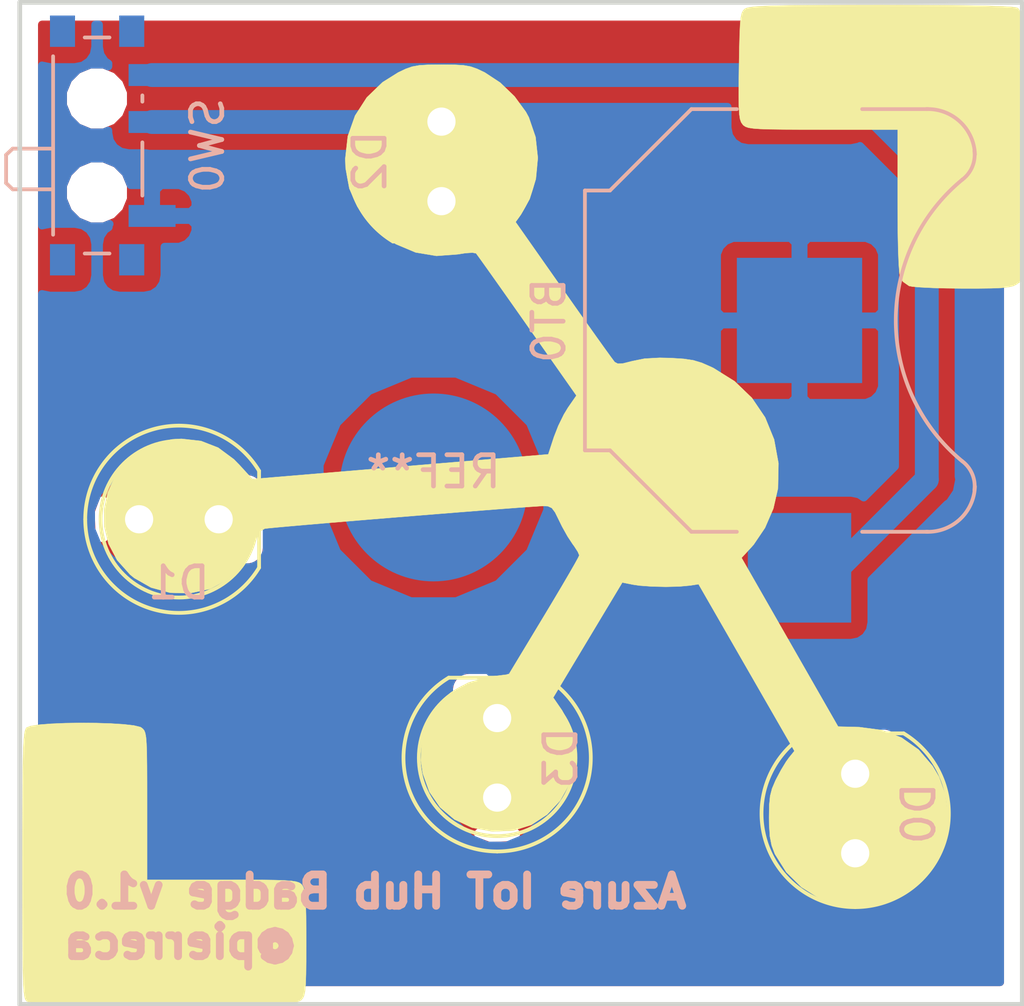
<source format=kicad_pcb>
(kicad_pcb (version 20171130) (host pcbnew "(5.0.1)-4")

  (general
    (thickness 1.6)
    (drawings 5)
    (tracks 9)
    (zones 0)
    (modules 8)
    (nets 4)
  )

  (page A4)
  (title_block
    (title "Azure IoT Hub Badge")
    (date 2018-12-01)
    (rev v1.0)
    (company "Pierre Cauchois")
  )

  (layers
    (0 F.Cu signal)
    (31 B.Cu signal)
    (32 B.Adhes user)
    (33 F.Adhes user)
    (34 B.Paste user)
    (35 F.Paste user)
    (36 B.SilkS user)
    (37 F.SilkS user)
    (38 B.Mask user)
    (39 F.Mask user)
    (40 Dwgs.User user)
    (41 Cmts.User user)
    (44 Edge.Cuts user)
    (45 Margin user)
    (46 B.CrtYd user)
    (47 F.CrtYd user)
    (48 B.Fab user)
    (49 F.Fab user)
  )

  (setup
    (last_trace_width 0.1524)
    (trace_clearance 0.1524)
    (zone_clearance 0.508)
    (zone_45_only no)
    (trace_min 0.1524)
    (segment_width 0.2)
    (edge_width 0.15)
    (via_size 0.6858)
    (via_drill 0.3302)
    (via_min_size 0.508)
    (via_min_drill 0.254)
    (uvia_size 0.6858)
    (uvia_drill 0.3302)
    (uvias_allowed no)
    (uvia_min_size 0.2)
    (uvia_min_drill 0.1)
    (pcb_text_width 0.3)
    (pcb_text_size 1.5 1.5)
    (mod_edge_width 0.15)
    (mod_text_size 1 1)
    (mod_text_width 0.15)
    (pad_size 1.524 1.524)
    (pad_drill 0.762)
    (pad_to_mask_clearance 0.0508)
    (solder_mask_min_width 0.25)
    (aux_axis_origin 0 0)
    (visible_elements 7FFFFFFF)
    (pcbplotparams
      (layerselection 0x010fc_ffffffff)
      (usegerberextensions false)
      (usegerberattributes false)
      (usegerberadvancedattributes false)
      (creategerberjobfile false)
      (excludeedgelayer true)
      (linewidth 0.100000)
      (plotframeref false)
      (viasonmask false)
      (mode 1)
      (useauxorigin false)
      (hpglpennumber 1)
      (hpglpenspeed 20)
      (hpglpendiameter 15.000000)
      (psnegative false)
      (psa4output false)
      (plotreference true)
      (plotvalue true)
      (plotinvisibletext false)
      (padsonsilk false)
      (subtractmaskfromsilk false)
      (outputformat 1)
      (mirror false)
      (drillshape 1)
      (scaleselection 1)
      (outputdirectory ""))
  )

  (net 0 "")
  (net 1 "Net-(D0-Pad2)")
  (net 2 "Net-(BT0-Pad1)")
  (net 3 GND)

  (net_class Default "This is the default net class."
    (clearance 0.1524)
    (trace_width 0.1524)
    (via_dia 0.6858)
    (via_drill 0.3302)
    (uvia_dia 0.6858)
    (uvia_drill 0.3302)
    (add_net GND)
    (add_net "Net-(BT0-Pad1)")
    (add_net "Net-(D0-Pad2)")
  )

  (module Battery:BatteryHolder_Keystone_3000_1x12mm (layer B.Cu) (tedit 58972371) (tstamp 5C038DD8)
    (at 155.194 102.616 270)
    (descr http://www.keyelco.com/product-pdf.cfm?p=777)
    (tags "Keystone type 3000 coin cell retainer")
    (path /5C030719)
    (attr smd)
    (fp_text reference BT0 (at 0 8 270) (layer B.SilkS)
      (effects (font (size 1 1) (thickness 0.15)) (justify mirror))
    )
    (fp_text value Battery_Cell (at 0.508 3.81 270) (layer B.Fab)
      (effects (font (size 1 1) (thickness 0.15)) (justify mirror))
    )
    (fp_text user %R (at 0 0 270) (layer B.Fab)
      (effects (font (size 1 1) (thickness 0.15)) (justify mirror))
    )
    (fp_arc (start 0 0) (end 0 -6.75) (angle -36.6) (layer B.CrtYd) (width 0.05))
    (fp_arc (start 0.11 -9.15) (end 4.22 -5.65) (angle 3.1) (layer B.CrtYd) (width 0.05))
    (fp_arc (start 0.11 -9.15) (end -4.22 -5.65) (angle -3.1) (layer B.CrtYd) (width 0.05))
    (fp_arc (start 0 0) (end 0 -6.75) (angle 36.6) (layer B.CrtYd) (width 0.05))
    (fp_arc (start 5.25 -4.1) (end 5.3 -6.1) (angle 90) (layer B.CrtYd) (width 0.05))
    (fp_arc (start 5.29 -4.6) (end 4.22 -5.65) (angle 54.1) (layer B.CrtYd) (width 0.05))
    (fp_arc (start -5.29 -4.6) (end -4.22 -5.65) (angle -54.1) (layer B.CrtYd) (width 0.05))
    (fp_circle (center 0 0) (end 0 -6.25) (layer Dwgs.User) (width 0.15))
    (fp_arc (start 5.29 -4.6) (end 4.5 -5.2) (angle 60) (layer B.SilkS) (width 0.12))
    (fp_arc (start -5.29 -4.6) (end -4.5 -5.2) (angle -60) (layer B.SilkS) (width 0.12))
    (fp_arc (start 0 -8.9) (end -4.5 -5.2) (angle -101) (layer B.SilkS) (width 0.12))
    (fp_arc (start 5.29 -4.6) (end 4.6 -5.1) (angle 60) (layer B.Fab) (width 0.1))
    (fp_arc (start -5.29 -4.6) (end -4.6 -5.1) (angle -60) (layer B.Fab) (width 0.1))
    (fp_arc (start 0 -8.9) (end -4.6 -5.1) (angle -101) (layer B.Fab) (width 0.1))
    (fp_arc (start -5.25 -4.1) (end -5.3 -6.1) (angle -90) (layer B.CrtYd) (width 0.05))
    (fp_arc (start 5.25 -4.1) (end 5.3 -5.6) (angle 90) (layer B.SilkS) (width 0.12))
    (fp_arc (start -5.25 -4.1) (end -5.3 -5.6) (angle -90) (layer B.SilkS) (width 0.12))
    (fp_line (start -7.25 -2.15) (end -7.25 -4.1) (layer B.CrtYd) (width 0.05))
    (fp_line (start 7.25 -2.15) (end 7.25 -4.1) (layer B.CrtYd) (width 0.05))
    (fp_line (start 6.75 -2) (end 6.75 -4.1) (layer B.SilkS) (width 0.12))
    (fp_line (start -6.75 -2) (end -6.75 -4.1) (layer B.SilkS) (width 0.12))
    (fp_arc (start 5.25 -4.1) (end 5.3 -5.45) (angle 90) (layer B.Fab) (width 0.1))
    (fp_line (start 7.25 2.15) (end 7.25 3.8) (layer B.CrtYd) (width 0.05))
    (fp_line (start 7.25 3.8) (end 4.65 6.4) (layer B.CrtYd) (width 0.05))
    (fp_line (start 4.65 6.4) (end 4.65 7.35) (layer B.CrtYd) (width 0.05))
    (fp_line (start -4.65 7.35) (end 4.65 7.35) (layer B.CrtYd) (width 0.05))
    (fp_line (start -4.65 6.4) (end -4.65 7.35) (layer B.CrtYd) (width 0.05))
    (fp_line (start -7.25 3.8) (end -4.65 6.4) (layer B.CrtYd) (width 0.05))
    (fp_line (start -7.25 2.15) (end -7.25 3.8) (layer B.CrtYd) (width 0.05))
    (fp_line (start -6.75 2) (end -6.75 3.45) (layer B.SilkS) (width 0.12))
    (fp_line (start -6.75 3.45) (end -4.15 6.05) (layer B.SilkS) (width 0.12))
    (fp_line (start -4.15 6.05) (end -4.15 6.85) (layer B.SilkS) (width 0.12))
    (fp_line (start -4.15 6.85) (end 4.15 6.85) (layer B.SilkS) (width 0.12))
    (fp_line (start 4.15 6.85) (end 4.15 6.05) (layer B.SilkS) (width 0.12))
    (fp_line (start 4.15 6.05) (end 6.75 3.45) (layer B.SilkS) (width 0.12))
    (fp_line (start 6.75 3.45) (end 6.75 2) (layer B.SilkS) (width 0.12))
    (fp_line (start -7.25 2.15) (end -10.15 2.15) (layer B.CrtYd) (width 0.05))
    (fp_line (start -10.15 2.15) (end -10.15 -2.15) (layer B.CrtYd) (width 0.05))
    (fp_line (start -10.15 -2.15) (end -7.25 -2.15) (layer B.CrtYd) (width 0.05))
    (fp_line (start 7.25 2.15) (end 10.15 2.15) (layer B.CrtYd) (width 0.05))
    (fp_line (start 10.15 2.15) (end 10.15 -2.15) (layer B.CrtYd) (width 0.05))
    (fp_line (start 10.15 -2.15) (end 7.25 -2.15) (layer B.CrtYd) (width 0.05))
    (fp_arc (start -5.25 -4.1) (end -5.3 -5.45) (angle -90) (layer B.Fab) (width 0.1))
    (fp_line (start 6.6 3.4) (end 6.6 -4.1) (layer B.Fab) (width 0.1))
    (fp_line (start -6.6 3.4) (end -6.6 -4.1) (layer B.Fab) (width 0.1))
    (fp_line (start 4 6) (end 6.6 3.4) (layer B.Fab) (width 0.1))
    (fp_line (start -4 6) (end -6.6 3.4) (layer B.Fab) (width 0.1))
    (fp_line (start 4 6.7) (end 4 6) (layer B.Fab) (width 0.1))
    (fp_line (start -4 6.7) (end -4 6) (layer B.Fab) (width 0.1))
    (fp_line (start -4 6.7) (end 4 6.7) (layer B.Fab) (width 0.1))
    (pad 1 smd rect (at -7.9 0 270) (size 3.5 3.3) (layers B.Cu B.Paste B.Mask)
      (net 2 "Net-(BT0-Pad1)"))
    (pad 1 smd rect (at 7.9 0 270) (size 3.5 3.3) (layers B.Cu B.Paste B.Mask)
      (net 2 "Net-(BT0-Pad1)"))
    (pad 2 smd rect (at 0 0 270) (size 4 4) (layers B.Cu B.Mask)
      (net 3 GND))
    (model ${KISYS3DMOD}/Battery.3dshapes/BatteryHolder_Keystone_3000_1x12mm.wrl
      (at (xyz 0 0 0))
      (scale (xyz 1 1 1))
      (rotate (xyz 0 0 0))
    )
  )

  (module Button_Switch_SMD:SW_SPDT_PCM12 (layer B.Cu) (tedit 5A02FC95) (tstamp 5C038D9E)
    (at 133.096 97.028 90)
    (descr "Ultraminiature Surface Mount Slide Switch")
    (path /5C03098A)
    (attr smd)
    (fp_text reference SW0 (at 0 3.2 90) (layer B.SilkS)
      (effects (font (size 1 1) (thickness 0.15)) (justify mirror))
    )
    (fp_text value SW_SPDT (at -4.572 1.524 180) (layer B.Fab)
      (effects (font (size 1 1) (thickness 0.15)) (justify mirror))
    )
    (fp_line (start 3.45 -0.72) (end 3.45 0.07) (layer B.SilkS) (width 0.12))
    (fp_line (start -3.45 0.07) (end -3.45 -0.72) (layer B.SilkS) (width 0.12))
    (fp_line (start -1.6 1.12) (end 0.1 1.12) (layer B.SilkS) (width 0.12))
    (fp_line (start -2.85 -1.73) (end 2.85 -1.73) (layer B.SilkS) (width 0.12))
    (fp_line (start -0.1 -3.02) (end -0.1 -1.73) (layer B.SilkS) (width 0.12))
    (fp_line (start -1.2 -3.23) (end -0.3 -3.23) (layer B.SilkS) (width 0.12))
    (fp_line (start -1.4 -1.73) (end -1.4 -3.02) (layer B.SilkS) (width 0.12))
    (fp_line (start -0.1 -3.02) (end -0.3 -3.23) (layer B.SilkS) (width 0.12))
    (fp_line (start -1.4 -3.02) (end -1.2 -3.23) (layer B.SilkS) (width 0.12))
    (fp_line (start -4.4 -2.1) (end -4.4 2.45) (layer B.CrtYd) (width 0.05))
    (fp_line (start -1.65 -2.1) (end -4.4 -2.1) (layer B.CrtYd) (width 0.05))
    (fp_line (start -1.65 -3.4) (end -1.65 -2.1) (layer B.CrtYd) (width 0.05))
    (fp_line (start 1.65 -3.4) (end -1.65 -3.4) (layer B.CrtYd) (width 0.05))
    (fp_line (start 1.65 -2.1) (end 1.65 -3.4) (layer B.CrtYd) (width 0.05))
    (fp_line (start 4.4 -2.1) (end 1.65 -2.1) (layer B.CrtYd) (width 0.05))
    (fp_line (start 4.4 2.45) (end 4.4 -2.1) (layer B.CrtYd) (width 0.05))
    (fp_line (start -4.4 2.45) (end 4.4 2.45) (layer B.CrtYd) (width 0.05))
    (fp_line (start 1.4 1.12) (end 1.6 1.12) (layer B.SilkS) (width 0.12))
    (fp_line (start 3.35 1) (end -3.35 1) (layer B.Fab) (width 0.1))
    (fp_line (start 3.35 -1.6) (end 3.35 1) (layer B.Fab) (width 0.1))
    (fp_line (start -3.35 -1.6) (end 3.35 -1.6) (layer B.Fab) (width 0.1))
    (fp_line (start -3.35 1) (end -3.35 -1.6) (layer B.Fab) (width 0.1))
    (fp_line (start -0.1 -2.9) (end -0.1 -1.6) (layer B.Fab) (width 0.1))
    (fp_line (start -0.15 -2.95) (end -0.1 -2.9) (layer B.Fab) (width 0.1))
    (fp_line (start -0.35 -3.15) (end -0.15 -2.95) (layer B.Fab) (width 0.1))
    (fp_line (start -1.2 -3.15) (end -0.35 -3.15) (layer B.Fab) (width 0.1))
    (fp_line (start -1.4 -2.95) (end -1.2 -3.15) (layer B.Fab) (width 0.1))
    (fp_line (start -1.4 -1.65) (end -1.4 -2.95) (layer B.Fab) (width 0.1))
    (fp_text user %R (at 0 3.2 90) (layer B.Fab)
      (effects (font (size 1 1) (thickness 0.15)) (justify mirror))
    )
    (pad "" smd rect (at -3.65 0.78 90) (size 1 0.8) (layers B.Cu B.Paste B.Mask))
    (pad "" smd rect (at 3.65 0.78 90) (size 1 0.8) (layers B.Cu B.Paste B.Mask))
    (pad "" smd rect (at 3.65 -1.43 90) (size 1 0.8) (layers B.Cu B.Paste B.Mask))
    (pad "" smd rect (at -3.65 -1.43 90) (size 1 0.8) (layers B.Cu B.Paste B.Mask))
    (pad 3 smd rect (at 2.25 1.43 90) (size 0.7 1.5) (layers B.Cu B.Paste B.Mask)
      (net 2 "Net-(BT0-Pad1)"))
    (pad 2 smd rect (at 0.75 1.43 90) (size 0.7 1.5) (layers B.Cu B.Paste B.Mask)
      (net 1 "Net-(D0-Pad2)"))
    (pad 1 smd rect (at -2.25 1.43 90) (size 0.7 1.5) (layers B.Cu B.Paste B.Mask)
      (net 3 GND))
    (pad "" np_thru_hole circle (at 1.5 -0.33 90) (size 0.9 0.9) (drill 0.9) (layers *.Cu *.Mask))
    (pad "" np_thru_hole circle (at -1.5 -0.33 90) (size 0.9 0.9) (drill 0.9) (layers *.Cu *.Mask))
    (model ${KISYS3DMOD}/Button_Switch_SMD.3dshapes/SW_SPDT_PCM12.wrl
      (at (xyz 0 0 0))
      (scale (xyz 1 1 1))
      (rotate (xyz 0 0 0))
    )
  )

  (module LED_THT:LED_D5.0mm_Clear (layer F.Cu) (tedit 5A6C9BC0) (tstamp 5C038D74)
    (at 145.542 115.316 270)
    (descr "LED, diameter 5.0mm, 2 pins, http://cdn-reichelt.de/documents/datenblatt/A500/LL-504BC2E-009.pdf")
    (tags "LED diameter 5.0mm 2 pins")
    (path /5C039031)
    (fp_text reference D3 (at 1.27 -2.032 270) (layer B.SilkS)
      (effects (font (size 1 1) (thickness 0.15)) (justify mirror))
    )
    (fp_text value LED (at 1.27 3.96 270) (layer F.Fab)
      (effects (font (size 1 1) (thickness 0.15)))
    )
    (fp_arc (start 1.27 0) (end -1.29 1.54483) (angle -148.9) (layer F.SilkS) (width 0.12))
    (fp_arc (start 1.27 0) (end -1.29 -1.54483) (angle 148.9) (layer F.SilkS) (width 0.12))
    (fp_arc (start 1.27 0) (end -1.23 -1.469694) (angle 299.1) (layer F.Fab) (width 0.1))
    (fp_circle (center 1.27 0) (end 3.77 0) (layer F.SilkS) (width 0.12))
    (fp_circle (center 1.27 0) (end 3.77 0) (layer F.Fab) (width 0.1))
    (fp_line (start 4.5 -3.25) (end -1.95 -3.25) (layer F.CrtYd) (width 0.05))
    (fp_line (start 4.5 3.25) (end 4.5 -3.25) (layer F.CrtYd) (width 0.05))
    (fp_line (start -1.95 3.25) (end 4.5 3.25) (layer F.CrtYd) (width 0.05))
    (fp_line (start -1.95 -3.25) (end -1.95 3.25) (layer F.CrtYd) (width 0.05))
    (fp_line (start -1.29 -1.545) (end -1.29 1.545) (layer F.SilkS) (width 0.12))
    (fp_line (start -1.23 -1.469694) (end -1.23 1.469694) (layer F.Fab) (width 0.1))
    (fp_text user %R (at 1.25 0 270) (layer F.Fab)
      (effects (font (size 0.8 0.8) (thickness 0.2)))
    )
    (pad 2 thru_hole circle (at 2.54 0 270) (size 1.8 1.8) (drill 0.9) (layers *.Cu *.Mask)
      (net 1 "Net-(D0-Pad2)"))
    (pad 1 thru_hole rect (at 0 0 270) (size 1.8 1.8) (drill 0.9) (layers *.Cu *.Mask)
      (net 3 GND))
    (model ${KISYS3DMOD}/LED_THT.3dshapes/LED_D5.0mm_Clear.wrl
      (at (xyz 0 0 0))
      (scale (xyz 1 1 1))
      (rotate (xyz 0 0 0))
    )
  )

  (module LED_THT:LED_D5.0mm_Clear (layer F.Cu) (tedit 5A6C9BC0) (tstamp 5C039808)
    (at 143.764 98.806 90)
    (descr "LED, diameter 5.0mm, 2 pins, http://cdn-reichelt.de/documents/datenblatt/A500/LL-504BC2E-009.pdf")
    (tags "LED diameter 5.0mm 2 pins")
    (path /5C03902A)
    (fp_text reference D2 (at 1.27 -2.286 90) (layer B.SilkS)
      (effects (font (size 1 1) (thickness 0.15)) (justify mirror))
    )
    (fp_text value LED (at 1.27 3.96 90) (layer F.Fab)
      (effects (font (size 1 1) (thickness 0.15)))
    )
    (fp_arc (start 1.27 0) (end -1.29 1.54483) (angle -148.9) (layer F.SilkS) (width 0.12))
    (fp_arc (start 1.27 0) (end -1.29 -1.54483) (angle 148.9) (layer F.SilkS) (width 0.12))
    (fp_arc (start 1.27 0) (end -1.23 -1.469694) (angle 299.1) (layer F.Fab) (width 0.1))
    (fp_circle (center 1.27 0) (end 3.77 0) (layer F.SilkS) (width 0.12))
    (fp_circle (center 1.27 0) (end 3.77 0) (layer F.Fab) (width 0.1))
    (fp_line (start 4.5 -3.25) (end -1.95 -3.25) (layer F.CrtYd) (width 0.05))
    (fp_line (start 4.5 3.25) (end 4.5 -3.25) (layer F.CrtYd) (width 0.05))
    (fp_line (start -1.95 3.25) (end 4.5 3.25) (layer F.CrtYd) (width 0.05))
    (fp_line (start -1.95 -3.25) (end -1.95 3.25) (layer F.CrtYd) (width 0.05))
    (fp_line (start -1.29 -1.545) (end -1.29 1.545) (layer F.SilkS) (width 0.12))
    (fp_line (start -1.23 -1.469694) (end -1.23 1.469694) (layer F.Fab) (width 0.1))
    (fp_text user %R (at 1.25 0 90) (layer F.Fab)
      (effects (font (size 0.8 0.8) (thickness 0.2)))
    )
    (pad 2 thru_hole circle (at 2.54 0 90) (size 1.8 1.8) (drill 0.9) (layers *.Cu *.Mask)
      (net 1 "Net-(D0-Pad2)"))
    (pad 1 thru_hole rect (at 0 0 90) (size 1.8 1.8) (drill 0.9) (layers *.Cu *.Mask)
      (net 3 GND))
    (model ${KISYS3DMOD}/LED_THT.3dshapes/LED_D5.0mm_Clear.wrl
      (at (xyz 0 0 0))
      (scale (xyz 1 1 1))
      (rotate (xyz 0 0 0))
    )
  )

  (module LED_THT:LED_D5.0mm_Clear (layer F.Cu) (tedit 5C032E54) (tstamp 5C038D50)
    (at 136.652 108.966 180)
    (descr "LED, diameter 5.0mm, 2 pins, http://cdn-reichelt.de/documents/datenblatt/A500/LL-504BC2E-009.pdf")
    (tags "LED diameter 5.0mm 2 pins")
    (path /5C030A64)
    (fp_text reference D1 (at 1.27 -2.032 180) (layer B.SilkS)
      (effects (font (size 1 1) (thickness 0.15)) (justify mirror))
    )
    (fp_text value LED (at 1.27 3.96 180) (layer F.Fab)
      (effects (font (size 1 1) (thickness 0.15)))
    )
    (fp_arc (start 1.27 0) (end -1.29 1.54483) (angle -148.9) (layer F.SilkS) (width 0.12))
    (fp_arc (start 1.27 0) (end -1.29 -1.54483) (angle 148.9) (layer F.SilkS) (width 0.12))
    (fp_arc (start 1.27 0) (end -1.23 -1.469694) (angle 299.1) (layer F.Fab) (width 0.1))
    (fp_circle (center 1.27 0) (end 3.77 0) (layer F.SilkS) (width 0.12))
    (fp_circle (center 1.27 0) (end 3.77 0) (layer F.Fab) (width 0.1))
    (fp_line (start 4.5 -3.25) (end -1.95 -3.25) (layer F.CrtYd) (width 0.05))
    (fp_line (start 4.5 3.25) (end 4.5 -3.25) (layer F.CrtYd) (width 0.05))
    (fp_line (start -1.95 3.25) (end 4.5 3.25) (layer F.CrtYd) (width 0.05))
    (fp_line (start -1.95 -3.25) (end -1.95 3.25) (layer F.CrtYd) (width 0.05))
    (fp_line (start -1.29 -1.545) (end -1.29 1.545) (layer F.SilkS) (width 0.12))
    (fp_line (start -1.23 -1.469694) (end -1.23 1.469694) (layer F.Fab) (width 0.1))
    (fp_text user %R (at 1.25 0 180) (layer F.Fab)
      (effects (font (size 0.8 0.8) (thickness 0.2)))
    )
    (pad 2 thru_hole circle (at 2.54 0 180) (size 1.8 1.8) (drill 0.9) (layers *.Cu *.Mask)
      (net 1 "Net-(D0-Pad2)"))
    (pad 1 thru_hole rect (at 0 0 180) (size 1.8 1.8) (drill 0.9) (layers *.Cu *.Mask)
      (net 3 GND))
    (model ${KISYS3DMOD}/LED_THT.3dshapes/LED_D5.0mm_Clear.wrl
      (at (xyz 0 0 0))
      (scale (xyz 1 1 1))
      (rotate (xyz 0 0 0))
    )
  )

  (module LED_THT:LED_D5.0mm_Clear (layer F.Cu) (tedit 5A6C9BC0) (tstamp 5C038D3E)
    (at 156.972 117.094 270)
    (descr "LED, diameter 5.0mm, 2 pins, http://cdn-reichelt.de/documents/datenblatt/A500/LL-504BC2E-009.pdf")
    (tags "LED diameter 5.0mm 2 pins")
    (path /5C030787)
    (fp_text reference D0 (at 1.27 -2.032 270) (layer B.SilkS)
      (effects (font (size 1 1) (thickness 0.15)) (justify mirror))
    )
    (fp_text value LED (at 1.27 3.96 270) (layer F.Fab)
      (effects (font (size 1 1) (thickness 0.15)))
    )
    (fp_text user %R (at 1.25 0 270) (layer F.Fab)
      (effects (font (size 0.8 0.8) (thickness 0.2)))
    )
    (fp_line (start -1.23 -1.469694) (end -1.23 1.469694) (layer F.Fab) (width 0.1))
    (fp_line (start -1.29 -1.545) (end -1.29 1.545) (layer F.SilkS) (width 0.12))
    (fp_line (start -1.95 -3.25) (end -1.95 3.25) (layer F.CrtYd) (width 0.05))
    (fp_line (start -1.95 3.25) (end 4.5 3.25) (layer F.CrtYd) (width 0.05))
    (fp_line (start 4.5 3.25) (end 4.5 -3.25) (layer F.CrtYd) (width 0.05))
    (fp_line (start 4.5 -3.25) (end -1.95 -3.25) (layer F.CrtYd) (width 0.05))
    (fp_circle (center 1.27 0) (end 3.77 0) (layer F.Fab) (width 0.1))
    (fp_circle (center 1.27 0) (end 3.77 0) (layer F.SilkS) (width 0.12))
    (fp_arc (start 1.27 0) (end -1.23 -1.469694) (angle 299.1) (layer F.Fab) (width 0.1))
    (fp_arc (start 1.27 0) (end -1.29 -1.54483) (angle 148.9) (layer F.SilkS) (width 0.12))
    (fp_arc (start 1.27 0) (end -1.29 1.54483) (angle -148.9) (layer F.SilkS) (width 0.12))
    (pad 1 thru_hole rect (at 0 0 270) (size 1.8 1.8) (drill 0.9) (layers *.Cu *.Mask)
      (net 3 GND))
    (pad 2 thru_hole circle (at 2.54 0 270) (size 1.8 1.8) (drill 0.9) (layers *.Cu *.Mask)
      (net 1 "Net-(D0-Pad2)"))
    (model ${KISYS3DMOD}/LED_THT.3dshapes/LED_D5.0mm_Clear.wrl
      (at (xyz 0 0 0))
      (scale (xyz 1 1 1))
      (rotate (xyz 0 0 0))
    )
  )

  (module Logos:AzureIoTHub (layer F.Cu) (tedit 0) (tstamp 5C4C8EF7)
    (at 146.304 108.458)
    (fp_text reference G*** (at 0 0) (layer F.SilkS) hide
      (effects (font (size 1.524 1.524) (thickness 0.3)))
    )
    (fp_text value LOGO (at 0.75 0) (layer F.SilkS) hide
      (effects (font (size 1.524 1.524) (thickness 0.3)))
    )
    (fp_poly (pts (xy 12.575097 -15.915509) (xy 13.508383 -15.910082) (xy 14.290388 -15.901125) (xy 14.917558 -15.888709)
      (xy 15.386339 -15.872906) (xy 15.69318 -15.853788) (xy 15.834527 -15.831427) (xy 15.838232 -15.829688)
      (xy 15.87489 -15.804945) (xy 15.905629 -15.763993) (xy 15.930971 -15.692859) (xy 15.951435 -15.57757)
      (xy 15.967542 -15.404156) (xy 15.979813 -15.158645) (xy 15.988767 -14.827063) (xy 15.994925 -14.39544)
      (xy 15.998807 -13.849803) (xy 16.000933 -13.176181) (xy 16.001824 -12.360601) (xy 16.002 -11.431822)
      (xy 16.002 -7.121602) (xy 15.813827 -6.989801) (xy 15.715677 -6.941062) (xy 15.565094 -6.905838)
      (xy 15.337616 -6.882324) (xy 15.008776 -6.868715) (xy 14.554111 -6.863209) (xy 14.099327 -6.863367)
      (xy 13.595805 -6.869124) (xy 13.141048 -6.881786) (xy 12.766236 -6.899897) (xy 12.502554 -6.922001)
      (xy 12.388034 -6.943258) (xy 12.199309 -7.075056) (xy 12.112868 -7.186325) (xy 12.082929 -7.330471)
      (xy 12.058638 -7.634907) (xy 12.040323 -8.090677) (xy 12.028314 -8.688822) (xy 12.022938 -9.420383)
      (xy 12.022666 -9.646434) (xy 12.022666 -11.938) (xy 9.622788 -11.938) (xy 8.919947 -11.938617)
      (xy 8.366983 -11.941286) (xy 7.944442 -11.947232) (xy 7.63287 -11.957681) (xy 7.412813 -11.973859)
      (xy 7.264818 -11.996993) (xy 7.169429 -12.028307) (xy 7.107193 -12.069029) (xy 7.077771 -12.098378)
      (xy 7.028225 -12.169312) (xy 6.992126 -12.27238) (xy 6.967972 -12.431169) (xy 6.954263 -12.669265)
      (xy 6.949498 -13.010254) (xy 6.952177 -13.477723) (xy 6.958815 -13.968017) (xy 6.968822 -14.550558)
      (xy 6.980131 -14.987004) (xy 6.995164 -15.300589) (xy 7.01634 -15.514547) (xy 7.046079 -15.652114)
      (xy 7.086801 -15.736523) (xy 7.140927 -15.791009) (xy 7.149348 -15.797306) (xy 7.211626 -15.825282)
      (xy 7.324252 -15.848718) (xy 7.500665 -15.867985) (xy 7.754301 -15.883455) (xy 8.0986 -15.895499)
      (xy 8.546999 -15.904488) (xy 9.112937 -15.910793) (xy 9.809852 -15.914786) (xy 10.651181 -15.916838)
      (xy 11.494081 -15.917333) (xy 12.575097 -15.915509)) (layer F.SilkS) (width 0.01))
    (fp_poly (pts (xy -2.125949 -14.008383) (xy -1.83084 -13.990458) (xy -1.604356 -13.94945) (xy -1.396175 -13.876251)
      (xy -1.156117 -13.76182) (xy -0.66261 -13.436578) (xy -0.207266 -12.99852) (xy 0.155309 -12.50336)
      (xy 0.250102 -12.327052) (xy 0.463592 -11.702864) (xy 0.5369 -11.033422) (xy 0.473292 -10.359258)
      (xy 0.276034 -9.720904) (xy 0.00047 -9.229328) (xy -0.172929 -8.985812) (xy 1.361472 -6.800073)
      (xy 1.741822 -6.259366) (xy 2.093986 -5.76083) (xy 2.405412 -5.322066) (xy 2.663551 -4.960676)
      (xy 2.855852 -4.694264) (xy 2.969767 -4.540431) (xy 2.993102 -4.511552) (xy 3.090566 -4.46063)
      (xy 3.259493 -4.46974) (xy 3.542156 -4.541235) (xy 3.545906 -4.542334) (xy 3.942966 -4.622687)
      (xy 4.426903 -4.649712) (xy 4.782186 -4.641751) (xy 5.192858 -4.615762) (xy 5.501055 -4.569651)
      (xy 5.77358 -4.487676) (xy 6.077234 -4.354092) (xy 6.146947 -4.320108) (xy 6.818021 -3.900431)
      (xy 7.370006 -3.369205) (xy 7.793646 -2.743757) (xy 8.079691 -2.041418) (xy 8.218885 -1.279515)
      (xy 8.201977 -0.475377) (xy 8.201606 -0.472291) (xy 8.055833 0.166201) (xy 7.788746 0.783189)
      (xy 7.42879 1.315671) (xy 7.358193 1.395662) (xy 7.04066 1.740145) (xy 10.122818 7.128883)
      (xy 10.797575 7.14636) (xy 11.513313 7.240709) (xy 12.146732 7.481865) (xy 12.691117 7.865636)
      (xy 13.139755 8.387824) (xy 13.346561 8.738942) (xy 13.541326 9.28066) (xy 13.625226 9.89107)
      (xy 13.595071 10.508179) (xy 13.46423 11.02755) (xy 13.154459 11.621707) (xy 12.723243 12.119197)
      (xy 12.195968 12.506113) (xy 11.598015 12.768551) (xy 10.954769 12.892604) (xy 10.291613 12.864367)
      (xy 10.15765 12.838968) (xy 9.522606 12.618677) (xy 8.948608 12.256837) (xy 8.467003 11.778608)
      (xy 8.10914 11.209149) (xy 8.098547 11.186363) (xy 8.0014 10.927997) (xy 7.94497 10.6403)
      (xy 7.920534 10.267657) (xy 7.917587 10.033) (xy 7.924088 9.635441) (xy 7.952562 9.347146)
      (xy 8.014138 9.108392) (xy 8.119944 8.859456) (xy 8.146334 8.805333) (xy 8.302352 8.512833)
      (xy 8.461311 8.251229) (xy 8.552008 8.124278) (xy 8.72768 7.908889) (xy 7.197334 5.245611)
      (xy 5.666989 2.582333) (xy 5.394661 2.624198) (xy 5.054096 2.655238) (xy 4.624778 2.665207)
      (xy 4.177131 2.655146) (xy 3.781582 2.626097) (xy 3.585229 2.59742) (xy 3.233458 2.52784)
      (xy 2.131019 4.365439) (xy 1.028581 6.203039) (xy 1.312851 6.616295) (xy 1.599707 7.173554)
      (xy 1.732957 7.766527) (xy 1.716431 8.368572) (xy 1.553958 8.95305) (xy 1.249367 9.49332)
      (xy 0.83535 9.938378) (xy 0.326409 10.271348) (xy -0.247644 10.451393) (xy -0.895936 10.481323)
      (xy -0.921493 10.479585) (xy -1.567768 10.356663) (xy -2.126648 10.095681) (xy -2.583986 9.710738)
      (xy -2.925631 9.215933) (xy -3.137436 8.625367) (xy -3.197783 8.211256) (xy -3.166959 7.558942)
      (xy -2.986759 6.968044) (xy -2.671032 6.454903) (xy -2.233625 6.035861) (xy -1.688387 5.72726)
      (xy -1.049165 5.545441) (xy -0.923249 5.527196) (xy -0.390894 5.461) (xy 0.73269 3.598333)
      (xy 1.036954 3.091253) (xy 1.310194 2.630752) (xy 1.540706 2.236974) (xy 1.716785 1.930062)
      (xy 1.826727 1.730162) (xy 1.85947 1.658992) (xy 1.814074 1.549173) (xy 1.696606 1.366868)
      (xy 1.645752 1.297928) (xy 1.485802 1.055544) (xy 1.31126 0.74297) (xy 1.216212 0.549102)
      (xy 1.087917 0.288383) (xy 0.982895 0.148523) (xy 0.862955 0.0926) (xy 0.734626 0.083495)
      (xy 0.592976 0.090044) (xy 0.304515 0.109155) (xy -0.110973 0.139219) (xy -0.633703 0.178628)
      (xy -1.243892 0.225772) (xy -1.921755 0.279042) (xy -2.647508 0.33683) (xy -3.401367 0.397526)
      (xy -4.163547 0.459523) (xy -4.914264 0.52121) (xy -5.633735 0.580979) (xy -6.302174 0.637222)
      (xy -6.899797 0.688328) (xy -7.406821 0.73269) (xy -7.803461 0.768699) (xy -8.069932 0.794745)
      (xy -8.184662 0.80883) (xy -8.322299 0.890345) (xy -8.441773 1.091979) (xy -8.515096 1.288353)
      (xy -8.731075 1.721584) (xy -9.064298 2.13622) (xy -9.467837 2.484658) (xy -9.894763 2.719296)
      (xy -9.942968 2.73674) (xy -10.576731 2.871287) (xy -11.209537 2.853694) (xy -11.80984 2.689682)
      (xy -12.346098 2.384977) (xy -12.478883 2.27663) (xy -12.895632 1.811008) (xy -13.16767 1.294591)
      (xy -13.303258 0.749208) (xy -13.310656 0.196687) (xy -13.198123 -0.341144) (xy -12.973919 -0.842457)
      (xy -12.646304 -1.285425) (xy -12.223538 -1.64822) (xy -11.713881 -1.909013) (xy -11.125593 -2.045978)
      (xy -10.837334 -2.061397) (xy -10.215755 -1.992286) (xy -9.66699 -1.77846) (xy -9.169515 -1.410181)
      (xy -8.985569 -1.223477) (xy -8.576544 -0.775938) (xy -3.853358 -1.171136) (xy 0.869827 -1.566333)
      (xy 1.049324 -2.116667) (xy 1.189565 -2.476661) (xy 1.366243 -2.837381) (xy 1.498094 -3.055528)
      (xy 1.767367 -3.444056) (xy 0.198134 -5.680195) (xy -0.184857 -6.225232) (xy -0.538095 -6.726549)
      (xy -0.849495 -7.167103) (xy -1.106974 -7.529853) (xy -1.298447 -7.797755) (xy -1.411832 -7.953769)
      (xy -1.436961 -7.986177) (xy -1.548615 -8.00754) (xy -1.773393 -7.993289) (xy -2.021411 -7.953995)
      (xy -2.700862 -7.903694) (xy -3.366474 -8.014931) (xy -3.996475 -8.280099) (xy -4.569091 -8.691589)
      (xy -4.806627 -8.927254) (xy -5.221375 -9.475509) (xy -5.481333 -10.056703) (xy -5.599977 -10.705675)
      (xy -5.610908 -11.006667) (xy -5.530796 -11.724101) (xy -5.298033 -12.382931) (xy -4.923974 -12.964613)
      (xy -4.419976 -13.450605) (xy -3.923568 -13.761743) (xy -3.683594 -13.876244) (xy -3.475602 -13.949444)
      (xy -3.249294 -13.990452) (xy -2.954372 -14.008379) (xy -2.540539 -14.012333) (xy -2.54 -14.012333)
      (xy -2.125949 -14.008383)) (layer F.SilkS) (width 0.01))
    (fp_poly (pts (xy -13.56446 7.016384) (xy -13.093944 7.031256) (xy -12.681005 7.057263) (xy -12.358008 7.094417)
      (xy -12.157316 7.142728) (xy -12.126173 7.159134) (xy -12.070994 7.201485) (xy -12.027817 7.255172)
      (xy -11.99517 7.339728) (xy -11.971581 7.47469) (xy -11.955579 7.679592) (xy -11.945692 7.973969)
      (xy -11.940448 8.377358) (xy -11.938375 8.909292) (xy -11.938001 9.589308) (xy -11.938 9.656801)
      (xy -11.938 12.022667) (xy -9.538123 12.022667) (xy -8.834104 12.023356) (xy -8.28005 12.02621)
      (xy -7.856597 12.032409) (xy -7.54438 12.043135) (xy -7.324033 12.059566) (xy -7.176192 12.082885)
      (xy -7.081492 12.114271) (xy -7.020567 12.154905) (xy -6.998123 12.1775) (xy -6.94949 12.251481)
      (xy -6.913346 12.366357) (xy -6.887929 12.545385) (xy -6.871476 12.811828) (xy -6.862226 13.188943)
      (xy -6.858417 13.699992) (xy -6.858 14.027044) (xy -6.859244 14.609204) (xy -6.864298 15.045586)
      (xy -6.87515 15.359738) (xy -6.893787 15.575205) (xy -6.922197 15.715534) (xy -6.962365 15.804272)
      (xy -7.012834 15.861878) (xy -7.060581 15.893752) (xy -7.136731 15.92042) (xy -7.25543 15.942326)
      (xy -7.430827 15.959912) (xy -7.677066 15.973624) (xy -8.008297 15.983905) (xy -8.438666 15.991201)
      (xy -8.98232 15.995954) (xy -9.653406 15.998608) (xy -10.466071 15.999609) (xy -11.394334 15.999425)
      (xy -12.454564 15.99702) (xy -13.377735 15.991249) (xy -14.158663 15.982217) (xy -14.792164 15.970029)
      (xy -15.273054 15.954791) (xy -15.596149 15.936607) (xy -15.756265 15.915584) (xy -15.769167 15.910551)
      (xy -15.802585 15.882069) (xy -15.830586 15.829583) (xy -15.853646 15.739133) (xy -15.872241 15.59676)
      (xy -15.886845 15.388505) (xy -15.897934 15.100407) (xy -15.905983 14.718507) (xy -15.911468 14.228846)
      (xy -15.914864 13.617465) (xy -15.916646 12.870402) (xy -15.917289 11.973699) (xy -15.917334 11.55884)
      (xy -15.916857 10.588484) (xy -15.915147 9.773613) (xy -15.911786 9.100383) (xy -15.906354 8.554949)
      (xy -15.898433 8.123465) (xy -15.887605 7.792087) (xy -15.873449 7.546969) (xy -15.855547 7.374265)
      (xy -15.833481 7.260132) (xy -15.806832 7.190722) (xy -15.784286 7.160381) (xy -15.647954 7.108671)
      (xy -15.375014 7.068031) (xy -14.997831 7.038472) (xy -14.548768 7.020003) (xy -14.060189 7.012637)
      (xy -13.56446 7.016384)) (layer F.SilkS) (width 0.01))
  )

  (module Logos:Badge-Pin-Tack (layer B.Cu) (tedit 5C0341E9) (tstamp 5C58C6DE)
    (at 143.51 107.95)
    (fp_text reference REF** (at 0 -0.5) (layer B.SilkS)
      (effects (font (size 1 1) (thickness 0.15)) (justify mirror))
    )
    (fp_text value Pin-Tack (at 0 0.5) (layer B.Fab)
      (effects (font (size 1 1) (thickness 0.15)) (justify mirror))
    )
    (pad 1 smd circle (at 0 0) (size 6 6) (layers B.Cu B.Paste B.Mask))
  )

  (gr_text "Azure IoT Hub Badge v1.0\n@pierreca" (at 131.572 121.666) (layer B.SilkS)
    (effects (font (size 1 1) (thickness 0.25)) (justify right mirror))
  )
  (gr_line (start 162.306 92.456) (end 162.306 124.46) (layer Edge.Cuts) (width 0.15))
  (gr_line (start 130.302 92.456) (end 130.302 124.46) (layer Edge.Cuts) (width 0.15))
  (gr_line (start 130.302 92.456) (end 162.306 92.456) (layer Edge.Cuts) (width 0.15))
  (gr_line (start 162.306 124.46) (end 130.302 124.46) (layer Edge.Cuts) (width 0.15))

  (segment (start 143.752 96.278) (end 143.764 96.266) (width 0.1524) (layer B.Cu) (net 1))
  (segment (start 134.526 96.278) (end 143.752 96.278) (width 0.762) (layer B.Cu) (net 1))
  (segment (start 154.37 94.778) (end 154.432 94.716) (width 0.762) (layer B.Cu) (net 2))
  (segment (start 134.526 94.778) (end 154.37 94.778) (width 0.762) (layer B.Cu) (net 2))
  (segment (start 156.438 110.516) (end 154.432 110.516) (width 0.762) (layer B.Cu) (net 2))
  (segment (start 159.258 107.696) (end 156.438 110.516) (width 0.762) (layer B.Cu) (net 2))
  (segment (start 159.258 97.7396) (end 159.258 107.696) (width 0.762) (layer B.Cu) (net 2))
  (segment (start 154.432 94.716) (end 156.2344 94.716) (width 0.762) (layer B.Cu) (net 2))
  (segment (start 156.2344 94.716) (end 159.258 97.7396) (width 0.762) (layer B.Cu) (net 2))

  (zone (net 3) (net_name GND) (layer B.Cu) (tstamp 5C58C711) (hatch edge 0.508)
    (connect_pads (clearance 0.508))
    (min_thickness 0.254)
    (fill yes (arc_segments 16) (thermal_gap 0.508) (thermal_bridge_width 0.508))
    (polygon
      (pts
        (xy 130.302 92.456) (xy 162.306 92.456) (xy 162.306 124.46) (xy 130.302 124.46)
      )
    )
    (filled_polygon
      (pts
        (xy 132.82856 93.878) (xy 132.877843 94.125765) (xy 133.018191 94.335809) (xy 133.131798 94.41172) (xy 133.12856 94.428)
        (xy 133.12856 94.503782) (xy 132.98182 94.443) (xy 132.55018 94.443) (xy 132.151397 94.608182) (xy 131.846182 94.913397)
        (xy 131.681 95.31218) (xy 131.681 95.74382) (xy 131.846182 96.142603) (xy 132.151397 96.447818) (xy 132.55018 96.613)
        (xy 132.98182 96.613) (xy 133.12856 96.552218) (xy 133.12856 96.628) (xy 133.177843 96.875765) (xy 133.318191 97.085809)
        (xy 133.528235 97.226157) (xy 133.776 97.27544) (xy 134.332627 97.27544) (xy 134.425935 97.294) (xy 142.621183 97.294)
        (xy 142.639044 97.311861) (xy 142.504301 97.367673) (xy 142.325673 97.546302) (xy 142.229 97.779691) (xy 142.229 98.52025)
        (xy 142.38775 98.679) (xy 143.637 98.679) (xy 143.637 98.659) (xy 143.891 98.659) (xy 143.891 98.679)
        (xy 145.14025 98.679) (xy 145.299 98.52025) (xy 145.299 97.779691) (xy 145.202327 97.546302) (xy 145.023699 97.367673)
        (xy 144.888956 97.311861) (xy 145.06531 97.135507) (xy 145.299 96.57133) (xy 145.299 95.96067) (xy 145.229963 95.794)
        (xy 152.89656 95.794) (xy 152.89656 96.466) (xy 152.945843 96.713765) (xy 153.086191 96.923809) (xy 153.296235 97.064157)
        (xy 153.544 97.11344) (xy 156.844 97.11344) (xy 157.091765 97.064157) (xy 157.124106 97.042547) (xy 158.242 98.160441)
        (xy 158.242001 107.275158) (xy 157.246155 108.271004) (xy 157.091765 108.167843) (xy 156.844 108.11856) (xy 153.544 108.11856)
        (xy 153.296235 108.167843) (xy 153.086191 108.308191) (xy 152.945843 108.518235) (xy 152.89656 108.766) (xy 152.89656 112.266)
        (xy 152.945843 112.513765) (xy 153.086191 112.723809) (xy 153.296235 112.864157) (xy 153.544 112.91344) (xy 156.844 112.91344)
        (xy 157.091765 112.864157) (xy 157.301809 112.723809) (xy 157.442157 112.513765) (xy 157.49144 112.266) (xy 157.49144 110.8994)
        (xy 159.905663 108.485178) (xy 159.990495 108.428495) (xy 160.215051 108.092423) (xy 160.274 107.796065) (xy 160.293904 107.696001)
        (xy 160.274 107.595937) (xy 160.274 97.839663) (xy 160.293904 97.739599) (xy 160.274 97.639535) (xy 160.215051 97.343177)
        (xy 159.990495 97.007105) (xy 159.905664 96.950423) (xy 157.49144 94.5362) (xy 157.49144 93.166) (xy 161.596 93.166)
        (xy 161.596001 123.75) (xy 131.012 123.75) (xy 131.012 115.60175) (xy 144.007 115.60175) (xy 144.007 116.342309)
        (xy 144.103673 116.575698) (xy 144.282301 116.754327) (xy 144.417044 116.810139) (xy 144.24069 116.986493) (xy 144.007 117.55067)
        (xy 144.007 118.16133) (xy 144.24069 118.725507) (xy 144.672493 119.15731) (xy 145.23667 119.391) (xy 145.84733 119.391)
        (xy 146.411507 119.15731) (xy 146.84331 118.725507) (xy 147.077 118.16133) (xy 147.077 117.55067) (xy 147.006203 117.37975)
        (xy 155.437 117.37975) (xy 155.437 118.120309) (xy 155.533673 118.353698) (xy 155.712301 118.532327) (xy 155.847044 118.588139)
        (xy 155.67069 118.764493) (xy 155.437 119.32867) (xy 155.437 119.93933) (xy 155.67069 120.503507) (xy 156.102493 120.93531)
        (xy 156.66667 121.169) (xy 157.27733 121.169) (xy 157.841507 120.93531) (xy 158.27331 120.503507) (xy 158.507 119.93933)
        (xy 158.507 119.32867) (xy 158.27331 118.764493) (xy 158.096956 118.588139) (xy 158.231699 118.532327) (xy 158.410327 118.353698)
        (xy 158.507 118.120309) (xy 158.507 117.37975) (xy 158.34825 117.221) (xy 157.099 117.221) (xy 157.099 117.241)
        (xy 156.845 117.241) (xy 156.845 117.221) (xy 155.59575 117.221) (xy 155.437 117.37975) (xy 147.006203 117.37975)
        (xy 146.84331 116.986493) (xy 146.666956 116.810139) (xy 146.801699 116.754327) (xy 146.980327 116.575698) (xy 147.077 116.342309)
        (xy 147.077 116.067691) (xy 155.437 116.067691) (xy 155.437 116.80825) (xy 155.59575 116.967) (xy 156.845 116.967)
        (xy 156.845 115.71775) (xy 157.099 115.71775) (xy 157.099 116.967) (xy 158.34825 116.967) (xy 158.507 116.80825)
        (xy 158.507 116.067691) (xy 158.410327 115.834302) (xy 158.231699 115.655673) (xy 157.99831 115.559) (xy 157.25775 115.559)
        (xy 157.099 115.71775) (xy 156.845 115.71775) (xy 156.68625 115.559) (xy 155.94569 115.559) (xy 155.712301 115.655673)
        (xy 155.533673 115.834302) (xy 155.437 116.067691) (xy 147.077 116.067691) (xy 147.077 115.60175) (xy 146.91825 115.443)
        (xy 145.669 115.443) (xy 145.669 115.463) (xy 145.415 115.463) (xy 145.415 115.443) (xy 144.16575 115.443)
        (xy 144.007 115.60175) (xy 131.012 115.60175) (xy 131.012 114.289691) (xy 144.007 114.289691) (xy 144.007 115.03025)
        (xy 144.16575 115.189) (xy 145.415 115.189) (xy 145.415 113.93975) (xy 145.669 113.93975) (xy 145.669 115.189)
        (xy 146.91825 115.189) (xy 147.077 115.03025) (xy 147.077 114.289691) (xy 146.980327 114.056302) (xy 146.801699 113.877673)
        (xy 146.56831 113.781) (xy 145.82775 113.781) (xy 145.669 113.93975) (xy 145.415 113.93975) (xy 145.25625 113.781)
        (xy 144.51569 113.781) (xy 144.282301 113.877673) (xy 144.103673 114.056302) (xy 144.007 114.289691) (xy 131.012 114.289691)
        (xy 131.012 108.66067) (xy 132.577 108.66067) (xy 132.577 109.27133) (xy 132.81069 109.835507) (xy 133.242493 110.26731)
        (xy 133.80667 110.501) (xy 134.41733 110.501) (xy 134.981507 110.26731) (xy 135.157861 110.090956) (xy 135.213673 110.225699)
        (xy 135.392302 110.404327) (xy 135.625691 110.501) (xy 136.36625 110.501) (xy 136.525 110.34225) (xy 136.525 109.093)
        (xy 136.779 109.093) (xy 136.779 110.34225) (xy 136.93775 110.501) (xy 137.678309 110.501) (xy 137.911698 110.404327)
        (xy 138.090327 110.225699) (xy 138.187 109.99231) (xy 138.187 109.25175) (xy 138.02825 109.093) (xy 136.779 109.093)
        (xy 136.525 109.093) (xy 136.505 109.093) (xy 136.505 108.839) (xy 136.525 108.839) (xy 136.525 107.58975)
        (xy 136.779 107.58975) (xy 136.779 108.839) (xy 138.02825 108.839) (xy 138.187 108.68025) (xy 138.187 107.93969)
        (xy 138.090327 107.706301) (xy 137.911698 107.527673) (xy 137.678309 107.431) (xy 136.93775 107.431) (xy 136.779 107.58975)
        (xy 136.525 107.58975) (xy 136.36625 107.431) (xy 135.625691 107.431) (xy 135.392302 107.527673) (xy 135.213673 107.706301)
        (xy 135.157861 107.841044) (xy 134.981507 107.66469) (xy 134.41733 107.431) (xy 133.80667 107.431) (xy 133.242493 107.66469)
        (xy 132.81069 108.096493) (xy 132.577 108.66067) (xy 131.012 108.66067) (xy 131.012 107.226954) (xy 139.875 107.226954)
        (xy 139.875 108.673046) (xy 140.428396 110.009062) (xy 141.450938 111.031604) (xy 142.786954 111.585) (xy 144.233046 111.585)
        (xy 145.569062 111.031604) (xy 146.591604 110.009062) (xy 147.145 108.673046) (xy 147.145 107.226954) (xy 146.591604 105.890938)
        (xy 145.569062 104.868396) (xy 144.233046 104.315) (xy 142.786954 104.315) (xy 141.450938 104.868396) (xy 140.428396 105.890938)
        (xy 139.875 107.226954) (xy 131.012 107.226954) (xy 131.012 102.90175) (xy 152.559 102.90175) (xy 152.559 104.742309)
        (xy 152.655673 104.975698) (xy 152.834301 105.154327) (xy 153.06769 105.251) (xy 154.90825 105.251) (xy 155.067 105.09225)
        (xy 155.067 102.743) (xy 155.321 102.743) (xy 155.321 105.09225) (xy 155.47975 105.251) (xy 157.32031 105.251)
        (xy 157.553699 105.154327) (xy 157.732327 104.975698) (xy 157.829 104.742309) (xy 157.829 102.90175) (xy 157.67025 102.743)
        (xy 155.321 102.743) (xy 155.067 102.743) (xy 152.71775 102.743) (xy 152.559 102.90175) (xy 131.012 102.90175)
        (xy 131.012 101.771991) (xy 131.018235 101.776157) (xy 131.266 101.82544) (xy 132.066 101.82544) (xy 132.313765 101.776157)
        (xy 132.523809 101.635809) (xy 132.664157 101.425765) (xy 132.71344 101.178) (xy 132.71344 100.178) (xy 132.664157 99.930235)
        (xy 132.523809 99.720191) (xy 132.313765 99.579843) (xy 132.066 99.53056) (xy 131.266 99.53056) (xy 131.018235 99.579843)
        (xy 131.012 99.584009) (xy 131.012 98.31218) (xy 131.681 98.31218) (xy 131.681 98.74382) (xy 131.846182 99.142603)
        (xy 132.151397 99.447818) (xy 132.55018 99.613) (xy 132.98182 99.613) (xy 133.169483 99.535267) (xy 133.141 99.56375)
        (xy 133.141 99.638132) (xy 133.018191 99.720191) (xy 132.877843 99.930235) (xy 132.82856 100.178) (xy 132.82856 101.178)
        (xy 132.877843 101.425765) (xy 133.018191 101.635809) (xy 133.228235 101.776157) (xy 133.476 101.82544) (xy 134.276 101.82544)
        (xy 134.523765 101.776157) (xy 134.733809 101.635809) (xy 134.874157 101.425765) (xy 134.92344 101.178) (xy 134.92344 100.489691)
        (xy 152.559 100.489691) (xy 152.559 102.33025) (xy 152.71775 102.489) (xy 155.067 102.489) (xy 155.067 100.13975)
        (xy 155.321 100.13975) (xy 155.321 102.489) (xy 157.67025 102.489) (xy 157.829 102.33025) (xy 157.829 100.489691)
        (xy 157.732327 100.256302) (xy 157.553699 100.077673) (xy 157.32031 99.981) (xy 155.47975 99.981) (xy 155.321 100.13975)
        (xy 155.067 100.13975) (xy 154.90825 99.981) (xy 153.06769 99.981) (xy 152.834301 100.077673) (xy 152.655673 100.256302)
        (xy 152.559 100.489691) (xy 134.92344 100.489691) (xy 134.92344 100.263) (xy 135.40231 100.263) (xy 135.635699 100.166327)
        (xy 135.814327 99.987698) (xy 135.911 99.754309) (xy 135.911 99.56375) (xy 135.75225 99.405) (xy 134.653 99.405)
        (xy 134.653 99.425) (xy 134.399 99.425) (xy 134.399 99.405) (xy 134.379 99.405) (xy 134.379 99.151)
        (xy 134.399 99.151) (xy 134.399 98.45175) (xy 134.653 98.45175) (xy 134.653 99.151) (xy 135.75225 99.151)
        (xy 135.8115 99.09175) (xy 142.229 99.09175) (xy 142.229 99.832309) (xy 142.325673 100.065698) (xy 142.504301 100.244327)
        (xy 142.73769 100.341) (xy 143.47825 100.341) (xy 143.637 100.18225) (xy 143.637 98.933) (xy 143.891 98.933)
        (xy 143.891 100.18225) (xy 144.04975 100.341) (xy 144.79031 100.341) (xy 145.023699 100.244327) (xy 145.202327 100.065698)
        (xy 145.299 99.832309) (xy 145.299 99.09175) (xy 145.14025 98.933) (xy 143.891 98.933) (xy 143.637 98.933)
        (xy 142.38775 98.933) (xy 142.229 99.09175) (xy 135.8115 99.09175) (xy 135.911 98.99225) (xy 135.911 98.801691)
        (xy 135.814327 98.568302) (xy 135.635699 98.389673) (xy 135.40231 98.293) (xy 134.81175 98.293) (xy 134.653 98.45175)
        (xy 134.399 98.45175) (xy 134.24025 98.293) (xy 133.843055 98.293) (xy 133.685818 97.913397) (xy 133.380603 97.608182)
        (xy 132.98182 97.443) (xy 132.55018 97.443) (xy 132.151397 97.608182) (xy 131.846182 97.913397) (xy 131.681 98.31218)
        (xy 131.012 98.31218) (xy 131.012 94.471991) (xy 131.018235 94.476157) (xy 131.266 94.52544) (xy 132.066 94.52544)
        (xy 132.313765 94.476157) (xy 132.523809 94.335809) (xy 132.664157 94.125765) (xy 132.71344 93.878) (xy 132.71344 93.166)
        (xy 132.82856 93.166)
      )
    )
  )
  (zone (net 1) (net_name "Net-(D0-Pad2)") (layer F.Cu) (tstamp 5C58C70E) (hatch edge 0.508)
    (connect_pads (clearance 0.508))
    (min_thickness 0.254)
    (fill yes (arc_segments 16) (thermal_gap 0.508) (thermal_bridge_width 0.508))
    (polygon
      (pts
        (xy 130.302 92.456) (xy 162.306 92.456) (xy 162.306 124.46) (xy 130.302 124.46)
      )
    )
    (filled_polygon
      (pts
        (xy 161.596001 123.75) (xy 131.012 123.75) (xy 131.012 120.714159) (xy 156.071446 120.714159) (xy 156.157852 120.970643)
        (xy 156.731336 121.180458) (xy 157.34146 121.154839) (xy 157.786148 120.970643) (xy 157.872554 120.714159) (xy 156.972 119.813605)
        (xy 156.071446 120.714159) (xy 131.012 120.714159) (xy 131.012 118.936159) (xy 144.641446 118.936159) (xy 144.727852 119.192643)
        (xy 145.301336 119.402458) (xy 145.91146 119.376839) (xy 146.356148 119.192643) (xy 146.442554 118.936159) (xy 145.542 118.035605)
        (xy 144.641446 118.936159) (xy 131.012 118.936159) (xy 131.012 114.416) (xy 143.99456 114.416) (xy 143.99456 116.216)
        (xy 144.043843 116.463765) (xy 144.184191 116.673809) (xy 144.382114 116.806058) (xy 144.347282 116.84089) (xy 144.461839 116.955447)
        (xy 144.205357 117.041852) (xy 143.995542 117.615336) (xy 144.021161 118.22546) (xy 144.205357 118.670148) (xy 144.461841 118.756554)
        (xy 145.362395 117.856) (xy 145.348253 117.841858) (xy 145.527858 117.662253) (xy 145.542 117.676395) (xy 145.556143 117.662253)
        (xy 145.735748 117.841858) (xy 145.721605 117.856) (xy 146.622159 118.756554) (xy 146.878643 118.670148) (xy 147.088458 118.096664)
        (xy 147.062839 117.48654) (xy 146.878643 117.041852) (xy 146.622161 116.955447) (xy 146.736718 116.84089) (xy 146.701886 116.806058)
        (xy 146.899809 116.673809) (xy 147.040157 116.463765) (xy 147.08944 116.216) (xy 147.08944 116.194) (xy 155.42456 116.194)
        (xy 155.42456 117.994) (xy 155.473843 118.241765) (xy 155.614191 118.451809) (xy 155.812114 118.584058) (xy 155.777282 118.61889)
        (xy 155.891839 118.733447) (xy 155.635357 118.819852) (xy 155.425542 119.393336) (xy 155.451161 120.00346) (xy 155.635357 120.448148)
        (xy 155.891841 120.534554) (xy 156.792395 119.634) (xy 156.778253 119.619858) (xy 156.957858 119.440253) (xy 156.972 119.454395)
        (xy 156.986143 119.440253) (xy 157.165748 119.619858) (xy 157.151605 119.634) (xy 158.052159 120.534554) (xy 158.308643 120.448148)
        (xy 158.518458 119.874664) (xy 158.492839 119.26454) (xy 158.308643 118.819852) (xy 158.052161 118.733447) (xy 158.166718 118.61889)
        (xy 158.131886 118.584058) (xy 158.329809 118.451809) (xy 158.470157 118.241765) (xy 158.51944 117.994) (xy 158.51944 116.194)
        (xy 158.470157 115.946235) (xy 158.329809 115.736191) (xy 158.119765 115.595843) (xy 157.872 115.54656) (xy 156.072 115.54656)
        (xy 155.824235 115.595843) (xy 155.614191 115.736191) (xy 155.473843 115.946235) (xy 155.42456 116.194) (xy 147.08944 116.194)
        (xy 147.08944 114.416) (xy 147.040157 114.168235) (xy 146.899809 113.958191) (xy 146.689765 113.817843) (xy 146.442 113.76856)
        (xy 144.642 113.76856) (xy 144.394235 113.817843) (xy 144.184191 113.958191) (xy 144.043843 114.168235) (xy 143.99456 114.416)
        (xy 131.012 114.416) (xy 131.012 108.725336) (xy 132.565542 108.725336) (xy 132.591161 109.33546) (xy 132.775357 109.780148)
        (xy 133.031841 109.866554) (xy 133.932395 108.966) (xy 133.031841 108.065446) (xy 132.775357 108.151852) (xy 132.565542 108.725336)
        (xy 131.012 108.725336) (xy 131.012 107.885841) (xy 133.211446 107.885841) (xy 134.112 108.786395) (xy 134.126143 108.772253)
        (xy 134.305748 108.951858) (xy 134.291605 108.966) (xy 134.305748 108.980143) (xy 134.126143 109.159748) (xy 134.112 109.145605)
        (xy 133.211446 110.046159) (xy 133.297852 110.302643) (xy 133.871336 110.512458) (xy 134.48146 110.486839) (xy 134.926148 110.302643)
        (xy 135.012553 110.046161) (xy 135.12711 110.160718) (xy 135.161942 110.125886) (xy 135.294191 110.323809) (xy 135.504235 110.464157)
        (xy 135.752 110.51344) (xy 137.552 110.51344) (xy 137.799765 110.464157) (xy 138.009809 110.323809) (xy 138.150157 110.113765)
        (xy 138.19944 109.866) (xy 138.19944 108.066) (xy 138.150157 107.818235) (xy 138.009809 107.608191) (xy 137.799765 107.467843)
        (xy 137.552 107.41856) (xy 135.752 107.41856) (xy 135.504235 107.467843) (xy 135.294191 107.608191) (xy 135.161942 107.806114)
        (xy 135.12711 107.771282) (xy 135.012553 107.885839) (xy 134.926148 107.629357) (xy 134.352664 107.419542) (xy 133.74254 107.445161)
        (xy 133.297852 107.629357) (xy 133.211446 107.885841) (xy 131.012 107.885841) (xy 131.012 98.31218) (xy 131.681 98.31218)
        (xy 131.681 98.74382) (xy 131.846182 99.142603) (xy 132.151397 99.447818) (xy 132.55018 99.613) (xy 132.98182 99.613)
        (xy 133.380603 99.447818) (xy 133.685818 99.142603) (xy 133.851 98.74382) (xy 133.851 98.31218) (xy 133.685818 97.913397)
        (xy 133.678421 97.906) (xy 142.21656 97.906) (xy 142.21656 99.706) (xy 142.265843 99.953765) (xy 142.406191 100.163809)
        (xy 142.616235 100.304157) (xy 142.864 100.35344) (xy 144.664 100.35344) (xy 144.911765 100.304157) (xy 145.121809 100.163809)
        (xy 145.262157 99.953765) (xy 145.31144 99.706) (xy 145.31144 97.906) (xy 145.262157 97.658235) (xy 145.121809 97.448191)
        (xy 144.923886 97.315942) (xy 144.958718 97.28111) (xy 144.844161 97.166553) (xy 145.100643 97.080148) (xy 145.310458 96.506664)
        (xy 145.284839 95.89654) (xy 145.100643 95.451852) (xy 144.844159 95.365446) (xy 143.943605 96.266) (xy 143.957748 96.280143)
        (xy 143.778143 96.459748) (xy 143.764 96.445605) (xy 143.749858 96.459748) (xy 143.570253 96.280143) (xy 143.584395 96.266)
        (xy 142.683841 95.365446) (xy 142.427357 95.451852) (xy 142.217542 96.025336) (xy 142.243161 96.63546) (xy 142.427357 97.080148)
        (xy 142.683839 97.166553) (xy 142.569282 97.28111) (xy 142.604114 97.315942) (xy 142.406191 97.448191) (xy 142.265843 97.658235)
        (xy 142.21656 97.906) (xy 133.678421 97.906) (xy 133.380603 97.608182) (xy 132.98182 97.443) (xy 132.55018 97.443)
        (xy 132.151397 97.608182) (xy 131.846182 97.913397) (xy 131.681 98.31218) (xy 131.012 98.31218) (xy 131.012 95.31218)
        (xy 131.681 95.31218) (xy 131.681 95.74382) (xy 131.846182 96.142603) (xy 132.151397 96.447818) (xy 132.55018 96.613)
        (xy 132.98182 96.613) (xy 133.380603 96.447818) (xy 133.685818 96.142603) (xy 133.851 95.74382) (xy 133.851 95.31218)
        (xy 133.798669 95.185841) (xy 142.863446 95.185841) (xy 143.764 96.086395) (xy 144.664554 95.185841) (xy 144.578148 94.929357)
        (xy 144.004664 94.719542) (xy 143.39454 94.745161) (xy 142.949852 94.929357) (xy 142.863446 95.185841) (xy 133.798669 95.185841)
        (xy 133.685818 94.913397) (xy 133.380603 94.608182) (xy 132.98182 94.443) (xy 132.55018 94.443) (xy 132.151397 94.608182)
        (xy 131.846182 94.913397) (xy 131.681 95.31218) (xy 131.012 95.31218) (xy 131.012 93.166) (xy 161.596 93.166)
      )
    )
  )
)

</source>
